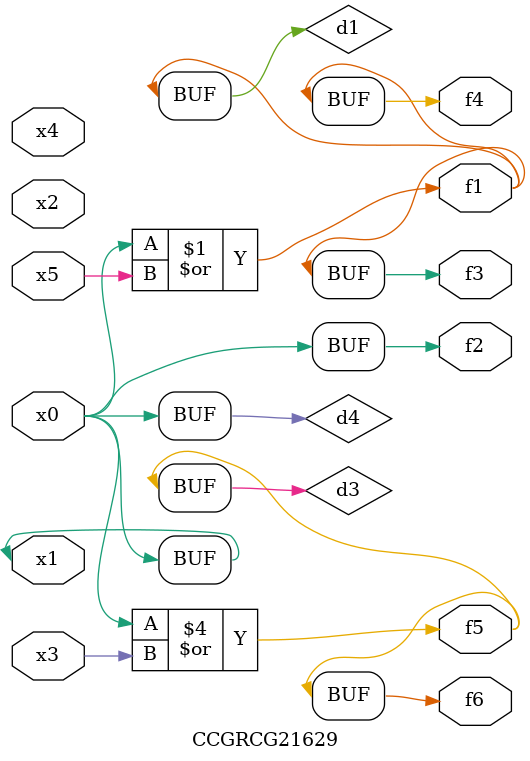
<source format=v>
module CCGRCG21629(
	input x0, x1, x2, x3, x4, x5,
	output f1, f2, f3, f4, f5, f6
);

	wire d1, d2, d3, d4;

	or (d1, x0, x5);
	xnor (d2, x1, x4);
	or (d3, x0, x3);
	buf (d4, x0, x1);
	assign f1 = d1;
	assign f2 = d4;
	assign f3 = d1;
	assign f4 = d1;
	assign f5 = d3;
	assign f6 = d3;
endmodule

</source>
